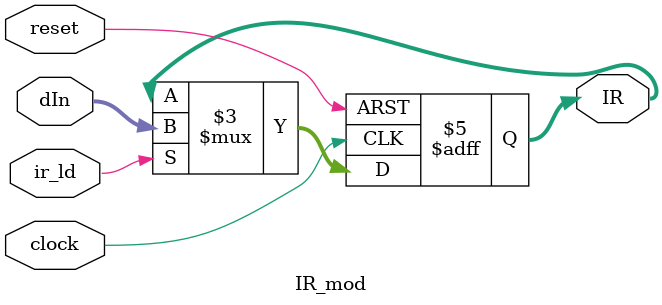
<source format=v>
`timescale 1ns / 1ps

/****************************************************************
 Author:    Poff, Samuel
 Email:     spoff42@gmail.com
 File Name: IR_mod.v
 Date:      15 Nov, 2016
 Version:   1.0
 
 Notes: This module instatiates the project's integer data path.
 
 The inputs follow:
 	Clock         (clock) : Linked to BTND on Nexys3.
   Reset         (reset) : Linked to BTNU on Nexys3.
   IR Load       (ir_ld) : Linked to SW0 on Nexys3.
   Data Input      (dIn) : Linked to data output of ram module.
   
 The output follows:
 	IR Output (IR) : Linked to output of the instruction register.
 	
      This module's function is to define the behavior of the 
   instruction register. If the ir_ld signal is high then the IR
   loads with dIn, otherwise it holds its value constant (IR = IR).
****************************************************************/

module IR_mod(clock, reset, ir_ld, dIn, IR);

   input clock ;      // Clock
   input reset ;      // Reset
   input ir_ld ;      // IR Load
   input [15:0] dIn ; // Data In
   
   output reg [15:0] IR ; // IR Output

   // If ir_ld, fill IR with dIn.
   // Else, load IR with its own contents.
   always @ (posedge clock, posedge reset) begin
      if (reset)
         IR = 0;
      else
         if (ir_ld)
            IR = dIn ;
         else
            IR = IR  ;
   end
   
endmodule

</source>
